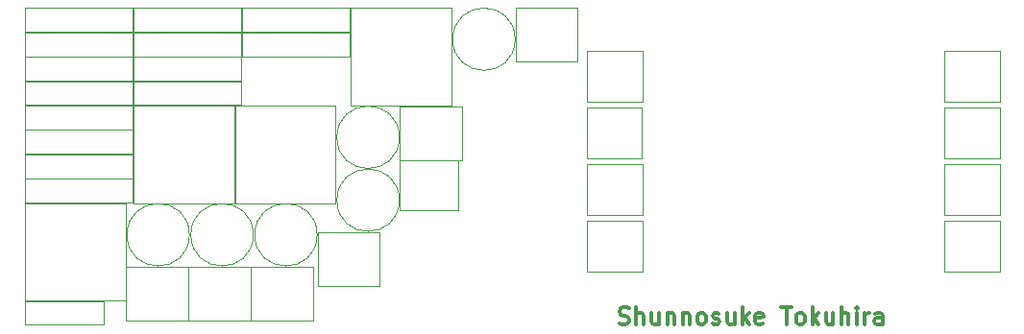
<source format=gbr>
G04 #@! TF.GenerationSoftware,KiCad,Pcbnew,(5.0.1-3-g963ef8bb5)*
G04 #@! TF.CreationDate,2019-07-07T12:57:12+09:00*
G04 #@! TF.ProjectId,Edge Light Tree,45646765204C6967687420547265652E,rev?*
G04 #@! TF.SameCoordinates,Original*
G04 #@! TF.FileFunction,Other,User*
%FSLAX46Y46*%
G04 Gerber Fmt 4.6, Leading zero omitted, Abs format (unit mm)*
G04 Created by KiCad (PCBNEW (5.0.1-3-g963ef8bb5)) date 2019 July 07, Sunday 12:57:12*
%MOMM*%
%LPD*%
G01*
G04 APERTURE LIST*
%ADD10C,0.300000*%
%ADD11C,0.050000*%
G04 APERTURE END LIST*
D10*
X169174814Y-103827662D02*
X169389100Y-103899091D01*
X169746242Y-103899091D01*
X169889100Y-103827662D01*
X169960528Y-103756234D01*
X170031957Y-103613377D01*
X170031957Y-103470520D01*
X169960528Y-103327662D01*
X169889100Y-103256234D01*
X169746242Y-103184805D01*
X169460528Y-103113377D01*
X169317671Y-103041948D01*
X169246242Y-102970520D01*
X169174814Y-102827662D01*
X169174814Y-102684805D01*
X169246242Y-102541948D01*
X169317671Y-102470520D01*
X169460528Y-102399091D01*
X169817671Y-102399091D01*
X170031957Y-102470520D01*
X170674814Y-103899091D02*
X170674814Y-102399091D01*
X171317671Y-103899091D02*
X171317671Y-103113377D01*
X171246242Y-102970520D01*
X171103385Y-102899091D01*
X170889100Y-102899091D01*
X170746242Y-102970520D01*
X170674814Y-103041948D01*
X172674814Y-102899091D02*
X172674814Y-103899091D01*
X172031957Y-102899091D02*
X172031957Y-103684805D01*
X172103385Y-103827662D01*
X172246242Y-103899091D01*
X172460528Y-103899091D01*
X172603385Y-103827662D01*
X172674814Y-103756234D01*
X173389100Y-102899091D02*
X173389100Y-103899091D01*
X173389100Y-103041948D02*
X173460528Y-102970520D01*
X173603385Y-102899091D01*
X173817671Y-102899091D01*
X173960528Y-102970520D01*
X174031957Y-103113377D01*
X174031957Y-103899091D01*
X174746242Y-102899091D02*
X174746242Y-103899091D01*
X174746242Y-103041948D02*
X174817671Y-102970520D01*
X174960528Y-102899091D01*
X175174814Y-102899091D01*
X175317671Y-102970520D01*
X175389100Y-103113377D01*
X175389100Y-103899091D01*
X176317671Y-103899091D02*
X176174814Y-103827662D01*
X176103385Y-103756234D01*
X176031957Y-103613377D01*
X176031957Y-103184805D01*
X176103385Y-103041948D01*
X176174814Y-102970520D01*
X176317671Y-102899091D01*
X176531957Y-102899091D01*
X176674814Y-102970520D01*
X176746242Y-103041948D01*
X176817671Y-103184805D01*
X176817671Y-103613377D01*
X176746242Y-103756234D01*
X176674814Y-103827662D01*
X176531957Y-103899091D01*
X176317671Y-103899091D01*
X177389100Y-103827662D02*
X177531957Y-103899091D01*
X177817671Y-103899091D01*
X177960528Y-103827662D01*
X178031957Y-103684805D01*
X178031957Y-103613377D01*
X177960528Y-103470520D01*
X177817671Y-103399091D01*
X177603385Y-103399091D01*
X177460528Y-103327662D01*
X177389100Y-103184805D01*
X177389100Y-103113377D01*
X177460528Y-102970520D01*
X177603385Y-102899091D01*
X177817671Y-102899091D01*
X177960528Y-102970520D01*
X179317671Y-102899091D02*
X179317671Y-103899091D01*
X178674814Y-102899091D02*
X178674814Y-103684805D01*
X178746242Y-103827662D01*
X178889100Y-103899091D01*
X179103385Y-103899091D01*
X179246242Y-103827662D01*
X179317671Y-103756234D01*
X180031957Y-103899091D02*
X180031957Y-102399091D01*
X180174814Y-103327662D02*
X180603385Y-103899091D01*
X180603385Y-102899091D02*
X180031957Y-103470520D01*
X181817671Y-103827662D02*
X181674814Y-103899091D01*
X181389100Y-103899091D01*
X181246242Y-103827662D01*
X181174814Y-103684805D01*
X181174814Y-103113377D01*
X181246242Y-102970520D01*
X181389100Y-102899091D01*
X181674814Y-102899091D01*
X181817671Y-102970520D01*
X181889100Y-103113377D01*
X181889100Y-103256234D01*
X181174814Y-103399091D01*
X183460528Y-102399091D02*
X184317671Y-102399091D01*
X183889100Y-103899091D02*
X183889100Y-102399091D01*
X185031957Y-103899091D02*
X184889100Y-103827662D01*
X184817671Y-103756234D01*
X184746242Y-103613377D01*
X184746242Y-103184805D01*
X184817671Y-103041948D01*
X184889100Y-102970520D01*
X185031957Y-102899091D01*
X185246242Y-102899091D01*
X185389100Y-102970520D01*
X185460528Y-103041948D01*
X185531957Y-103184805D01*
X185531957Y-103613377D01*
X185460528Y-103756234D01*
X185389100Y-103827662D01*
X185246242Y-103899091D01*
X185031957Y-103899091D01*
X186174814Y-103899091D02*
X186174814Y-102399091D01*
X186317671Y-103327662D02*
X186746242Y-103899091D01*
X186746242Y-102899091D02*
X186174814Y-103470520D01*
X188031957Y-102899091D02*
X188031957Y-103899091D01*
X187389100Y-102899091D02*
X187389100Y-103684805D01*
X187460528Y-103827662D01*
X187603385Y-103899091D01*
X187817671Y-103899091D01*
X187960528Y-103827662D01*
X188031957Y-103756234D01*
X188746242Y-103899091D02*
X188746242Y-102399091D01*
X189389100Y-103899091D02*
X189389100Y-103113377D01*
X189317671Y-102970520D01*
X189174814Y-102899091D01*
X188960528Y-102899091D01*
X188817671Y-102970520D01*
X188746242Y-103041948D01*
X190103385Y-103899091D02*
X190103385Y-102899091D01*
X190103385Y-102399091D02*
X190031957Y-102470520D01*
X190103385Y-102541948D01*
X190174814Y-102470520D01*
X190103385Y-102399091D01*
X190103385Y-102541948D01*
X190817671Y-103899091D02*
X190817671Y-102899091D01*
X190817671Y-103184805D02*
X190889100Y-103041948D01*
X190960528Y-102970520D01*
X191103385Y-102899091D01*
X191246242Y-102899091D01*
X192389100Y-103899091D02*
X192389100Y-103113377D01*
X192317671Y-102970520D01*
X192174814Y-102899091D01*
X191889100Y-102899091D01*
X191746242Y-102970520D01*
X192389100Y-103827662D02*
X192246242Y-103899091D01*
X191889100Y-103899091D01*
X191746242Y-103827662D01*
X191674814Y-103684805D01*
X191674814Y-103541948D01*
X191746242Y-103399091D01*
X191889100Y-103327662D01*
X192246242Y-103327662D01*
X192389100Y-103256234D01*
D11*
G04 #@! TO.C,BT1*
X116798000Y-101796400D02*
X116798000Y-93196400D01*
X125648000Y-101796400D02*
X116798000Y-101796400D01*
X125648000Y-93196400D02*
X125648000Y-101796400D01*
X116798000Y-93196400D02*
X125648000Y-93196400D01*
G04 #@! TO.C,BT2*
X145508000Y-84596400D02*
X145508000Y-75996400D01*
X154358000Y-84596400D02*
X145508000Y-84596400D01*
X154358000Y-75996400D02*
X154358000Y-84596400D01*
X145508000Y-75996400D02*
X154358000Y-75996400D01*
G04 #@! TO.C,C1*
X131283000Y-95996400D02*
G75*
G03X131283000Y-95996400I-2750000J0D01*
G01*
G04 #@! TO.C,C2*
X149783000Y-87396400D02*
G75*
G03X149783000Y-87396400I-2750000J0D01*
G01*
G04 #@! TO.C,C3*
X136913000Y-95996400D02*
G75*
G03X136913000Y-95996400I-2750000J0D01*
G01*
G04 #@! TO.C,C4*
X159993000Y-78746400D02*
G75*
G03X159993000Y-78746400I-2750000J0D01*
G01*
G04 #@! TO.C,C5*
X142543000Y-95996400D02*
G75*
G03X142543000Y-95996400I-2750000J0D01*
G01*
G04 #@! TO.C,C6*
X149783000Y-92946400D02*
G75*
G03X149783000Y-92946400I-2750000J0D01*
G01*
G04 #@! TO.C,D1*
X202700000Y-89750000D02*
X197850000Y-89750000D01*
X202700000Y-94250000D02*
X202700000Y-89750000D01*
X197850000Y-94250000D02*
X202700000Y-94250000D01*
X197850000Y-89750000D02*
X197850000Y-94250000D01*
G04 #@! TO.C,D2*
X197850000Y-84750000D02*
X197850000Y-89250000D01*
X197850000Y-89250000D02*
X202700000Y-89250000D01*
X202700000Y-89250000D02*
X202700000Y-84750000D01*
X202700000Y-84750000D02*
X197850000Y-84750000D01*
G04 #@! TO.C,D3*
X171160000Y-84750000D02*
X166310000Y-84750000D01*
X171160000Y-89250000D02*
X171160000Y-84750000D01*
X166310000Y-89250000D02*
X171160000Y-89250000D01*
X166310000Y-84750000D02*
X166310000Y-89250000D01*
G04 #@! TO.C,D4*
X197850000Y-79750000D02*
X197850000Y-84250000D01*
X197850000Y-84250000D02*
X202700000Y-84250000D01*
X202700000Y-84250000D02*
X202700000Y-79750000D01*
X202700000Y-79750000D02*
X197850000Y-79750000D01*
G04 #@! TO.C,D5*
X171200000Y-94750000D02*
X166350000Y-94750000D01*
X171200000Y-99250000D02*
X171200000Y-94750000D01*
X166350000Y-99250000D02*
X171200000Y-99250000D01*
X166350000Y-94750000D02*
X166350000Y-99250000D01*
G04 #@! TO.C,D6*
X197850000Y-94750000D02*
X197850000Y-99250000D01*
X197850000Y-99250000D02*
X202700000Y-99250000D01*
X202700000Y-99250000D02*
X202700000Y-94750000D01*
X202700000Y-94750000D02*
X197850000Y-94750000D01*
G04 #@! TO.C,D7*
X166350000Y-79750000D02*
X166350000Y-84250000D01*
X166350000Y-84250000D02*
X171200000Y-84250000D01*
X171200000Y-84250000D02*
X171200000Y-79750000D01*
X171200000Y-79750000D02*
X166350000Y-79750000D01*
G04 #@! TO.C,D8*
X166350000Y-89750000D02*
X166350000Y-94250000D01*
X166350000Y-94250000D02*
X171200000Y-94250000D01*
X171200000Y-94250000D02*
X171200000Y-89750000D01*
X171200000Y-89750000D02*
X166350000Y-89750000D01*
G04 #@! TO.C,M1*
X149823000Y-89436400D02*
X149823000Y-93836400D01*
X149823000Y-93836400D02*
X154973000Y-93836400D01*
X154973000Y-93836400D02*
X154973000Y-89436400D01*
X154973000Y-89436400D02*
X149823000Y-89436400D01*
G04 #@! TO.C,Q1*
X155283000Y-89386400D02*
X149823000Y-89386400D01*
X155283000Y-89386400D02*
X155283000Y-84646400D01*
X149823000Y-84646400D02*
X149823000Y-89386400D01*
X149823000Y-84646400D02*
X155283000Y-84646400D01*
G04 #@! TO.C,Q2*
X136713000Y-98796000D02*
X142173000Y-98796000D01*
X136713000Y-98796000D02*
X136713000Y-103536000D01*
X142173000Y-103536000D02*
X142173000Y-98796000D01*
X142173000Y-103536000D02*
X136713000Y-103536000D01*
G04 #@! TO.C,Q3*
X136663000Y-103536000D02*
X131203000Y-103536000D01*
X136663000Y-103536000D02*
X136663000Y-98796000D01*
X131203000Y-98796000D02*
X131203000Y-103536000D01*
X131203000Y-98796000D02*
X136663000Y-98796000D01*
G04 #@! TO.C,Q4*
X160033000Y-75996400D02*
X165493000Y-75996400D01*
X160033000Y-75996400D02*
X160033000Y-80736400D01*
X165493000Y-80736400D02*
X165493000Y-75996400D01*
X165493000Y-80736400D02*
X160033000Y-80736400D01*
G04 #@! TO.C,Q5*
X131153000Y-103536000D02*
X125693000Y-103536000D01*
X131153000Y-103536000D02*
X131153000Y-98796000D01*
X125693000Y-98796000D02*
X125693000Y-103536000D01*
X125693000Y-98796000D02*
X131153000Y-98796000D01*
G04 #@! TO.C,Q6*
X142583000Y-95746400D02*
X148043000Y-95746400D01*
X142583000Y-95746400D02*
X142583000Y-100486400D01*
X148043000Y-100486400D02*
X148043000Y-95746400D01*
X148043000Y-100486400D02*
X142583000Y-100486400D01*
G04 #@! TO.C,R1*
X116763000Y-101846000D02*
X116763000Y-103946000D01*
X116763000Y-103946000D02*
X123743000Y-103946000D01*
X123743000Y-103946000D02*
X123743000Y-101846000D01*
X123743000Y-101846000D02*
X116763000Y-101846000D01*
G04 #@! TO.C,R2*
X135853000Y-82446400D02*
X126333000Y-82446400D01*
X135853000Y-84546400D02*
X135853000Y-82446400D01*
X126333000Y-84546400D02*
X135853000Y-84546400D01*
X126333000Y-82446400D02*
X126333000Y-84546400D01*
G04 #@! TO.C,R3*
X116763000Y-91046400D02*
X116763000Y-93146400D01*
X116763000Y-93146400D02*
X126283000Y-93146400D01*
X126283000Y-93146400D02*
X126283000Y-91046400D01*
X126283000Y-91046400D02*
X116763000Y-91046400D01*
G04 #@! TO.C,R4*
X135853000Y-80296400D02*
X126333000Y-80296400D01*
X135853000Y-82396400D02*
X135853000Y-80296400D01*
X126333000Y-82396400D02*
X135853000Y-82396400D01*
X126333000Y-80296400D02*
X126333000Y-82396400D01*
G04 #@! TO.C,R5*
X116763000Y-88896400D02*
X116763000Y-90996400D01*
X116763000Y-90996400D02*
X126283000Y-90996400D01*
X126283000Y-90996400D02*
X126283000Y-88896400D01*
X126283000Y-88896400D02*
X116763000Y-88896400D01*
G04 #@! TO.C,R6*
X145423000Y-78146400D02*
X135903000Y-78146400D01*
X145423000Y-80246400D02*
X145423000Y-78146400D01*
X135903000Y-80246400D02*
X145423000Y-80246400D01*
X135903000Y-78146400D02*
X135903000Y-80246400D01*
G04 #@! TO.C,R7*
X135903000Y-75996400D02*
X135903000Y-78096400D01*
X135903000Y-78096400D02*
X145423000Y-78096400D01*
X145423000Y-78096400D02*
X145423000Y-75996400D01*
X145423000Y-75996400D02*
X135903000Y-75996400D01*
G04 #@! TO.C,R8*
X126283000Y-75996400D02*
X116763000Y-75996400D01*
X126283000Y-78096400D02*
X126283000Y-75996400D01*
X116763000Y-78096400D02*
X126283000Y-78096400D01*
X116763000Y-75996400D02*
X116763000Y-78096400D01*
G04 #@! TO.C,R9*
X116763000Y-86746400D02*
X116763000Y-88846400D01*
X116763000Y-88846400D02*
X126283000Y-88846400D01*
X126283000Y-88846400D02*
X126283000Y-86746400D01*
X126283000Y-86746400D02*
X116763000Y-86746400D01*
G04 #@! TO.C,R10*
X116763000Y-84596400D02*
X116763000Y-86696400D01*
X116763000Y-86696400D02*
X126283000Y-86696400D01*
X126283000Y-86696400D02*
X126283000Y-84596400D01*
X126283000Y-84596400D02*
X116763000Y-84596400D01*
G04 #@! TO.C,R11*
X126283000Y-82446400D02*
X116763000Y-82446400D01*
X126283000Y-84546400D02*
X126283000Y-82446400D01*
X116763000Y-84546400D02*
X126283000Y-84546400D01*
X116763000Y-82446400D02*
X116763000Y-84546400D01*
G04 #@! TO.C,R12*
X126333000Y-78146400D02*
X126333000Y-80246400D01*
X126333000Y-80246400D02*
X135853000Y-80246400D01*
X135853000Y-80246400D02*
X135853000Y-78146400D01*
X135853000Y-78146400D02*
X126333000Y-78146400D01*
G04 #@! TO.C,R13*
X126283000Y-80296400D02*
X116763000Y-80296400D01*
X126283000Y-82396400D02*
X126283000Y-80296400D01*
X116763000Y-82396400D02*
X126283000Y-82396400D01*
X116763000Y-80296400D02*
X116763000Y-82396400D01*
G04 #@! TO.C,R14*
X126333000Y-75996400D02*
X126333000Y-78096400D01*
X126333000Y-78096400D02*
X135853000Y-78096400D01*
X135853000Y-78096400D02*
X135853000Y-75996400D01*
X135853000Y-75996400D02*
X126333000Y-75996400D01*
G04 #@! TO.C,R15*
X126283000Y-78146400D02*
X116763000Y-78146400D01*
X126283000Y-80246400D02*
X126283000Y-78146400D01*
X116763000Y-80246400D02*
X126283000Y-80246400D01*
X116763000Y-78146400D02*
X116763000Y-80246400D01*
G04 #@! TO.C,SW1*
X135298000Y-84596400D02*
X144148000Y-84596400D01*
X144148000Y-84596400D02*
X144148000Y-93196400D01*
X144148000Y-93196400D02*
X135298000Y-93196400D01*
X135298000Y-93196400D02*
X135298000Y-84596400D01*
G04 #@! TO.C,SW2*
X126368000Y-84596400D02*
X135218000Y-84596400D01*
X135218000Y-84596400D02*
X135218000Y-93196400D01*
X135218000Y-93196400D02*
X126368000Y-93196400D01*
X126368000Y-93196400D02*
X126368000Y-84596400D01*
G04 #@! TD*
M02*

</source>
